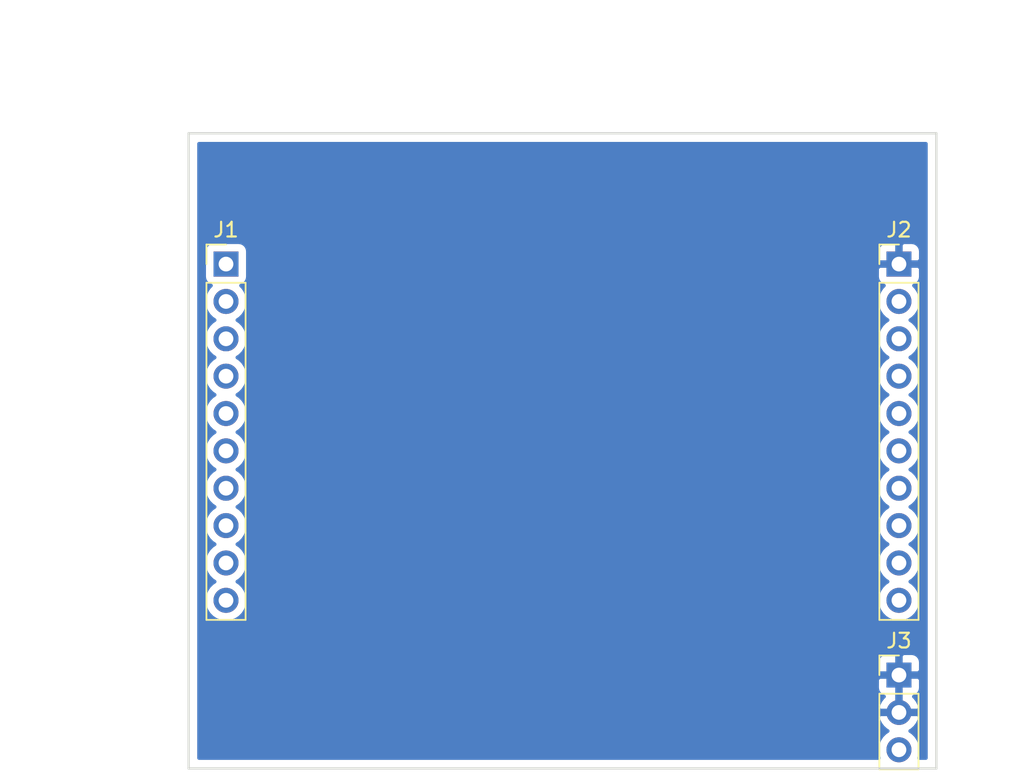
<source format=kicad_pcb>
(kicad_pcb (version 20171130) (host pcbnew "(5.1.6)-1")

  (general
    (thickness 1.6)
    (drawings 14)
    (tracks 0)
    (zones 0)
    (modules 3)
    (nets 3)
  )

  (page A3)
  (layers
    (0 F.Cu signal)
    (31 B.Cu signal)
    (32 B.Adhes user)
    (33 F.Adhes user)
    (34 B.Paste user)
    (35 F.Paste user)
    (36 B.SilkS user)
    (37 F.SilkS user)
    (38 B.Mask user)
    (39 F.Mask user)
    (40 Dwgs.User user)
    (41 Cmts.User user)
    (42 Eco1.User user)
    (43 Eco2.User user)
    (44 Edge.Cuts user)
    (45 Margin user)
    (46 B.CrtYd user)
    (47 F.CrtYd user)
  )

  (setup
    (last_trace_width 0.254)
    (trace_clearance 0.1524)
    (zone_clearance 0.508)
    (zone_45_only no)
    (trace_min 0.254)
    (via_size 0.889)
    (via_drill 0.635)
    (via_min_size 0.889)
    (via_min_drill 0.508)
    (uvia_size 0.508)
    (uvia_drill 0.127)
    (uvias_allowed no)
    (uvia_min_size 0.508)
    (uvia_min_drill 0.127)
    (edge_width 0.14986)
    (segment_width 0.20066)
    (pcb_text_width 0.254)
    (pcb_text_size 1.27 1.27)
    (mod_edge_width 0.14986)
    (mod_text_size 1 1)
    (mod_text_width 0.15)
    (pad_size 1 1)
    (pad_drill 0.6)
    (pad_to_mask_clearance 0)
    (aux_axis_origin 182.88 113.03)
    (grid_origin 182.88 113.03)
    (visible_elements 7FFFFFFF)
    (pcbplotparams
      (layerselection 0x00030_ffffffff)
      (usegerberextensions true)
      (usegerberattributes false)
      (usegerberadvancedattributes false)
      (creategerberjobfile false)
      (excludeedgelayer true)
      (linewidth 0.150000)
      (plotframeref false)
      (viasonmask false)
      (mode 1)
      (useauxorigin false)
      (hpglpennumber 1)
      (hpglpenspeed 20)
      (hpglpendiameter 15.000000)
      (psnegative false)
      (psa4output false)
      (plotreference true)
      (plotvalue true)
      (plotinvisibletext false)
      (padsonsilk false)
      (subtractmaskfromsilk false)
      (outputformat 1)
      (mirror false)
      (drillshape 1)
      (scaleselection 1)
      (outputdirectory ""))
  )

  (net 0 "")
  (net 1 GND)
  (net 2 VCC)

  (net_class Default "This is the default net class."
    (clearance 0.1524)
    (trace_width 0.254)
    (via_dia 0.889)
    (via_drill 0.635)
    (uvia_dia 0.508)
    (uvia_drill 0.127)
    (diff_pair_width 0.254)
    (diff_pair_gap 0.1524)
    (add_net GND)
    (add_net VCC)
  )

  (module Connector_PinHeader_2.54mm:PinHeader_1x03_P2.54mm_Vertical (layer F.Cu) (tedit 59FED5CC) (tstamp 5F1419EC)
    (at 231.14 149.86)
    (descr "Through hole straight pin header, 1x03, 2.54mm pitch, single row")
    (tags "Through hole pin header THT 1x03 2.54mm single row")
    (path /5F13DC7C)
    (fp_text reference J3 (at 0 -2.33) (layer F.SilkS)
      (effects (font (size 1 1) (thickness 0.15)))
    )
    (fp_text value Conn_01x03 (at 0 7.41) (layer F.Fab)
      (effects (font (size 1 1) (thickness 0.15)))
    )
    (fp_text user %R (at 0 2.54 90) (layer F.Fab)
      (effects (font (size 1 1) (thickness 0.15)))
    )
    (fp_line (start -0.635 -1.27) (end 1.27 -1.27) (layer F.Fab) (width 0.1))
    (fp_line (start 1.27 -1.27) (end 1.27 6.35) (layer F.Fab) (width 0.1))
    (fp_line (start 1.27 6.35) (end -1.27 6.35) (layer F.Fab) (width 0.1))
    (fp_line (start -1.27 6.35) (end -1.27 -0.635) (layer F.Fab) (width 0.1))
    (fp_line (start -1.27 -0.635) (end -0.635 -1.27) (layer F.Fab) (width 0.1))
    (fp_line (start -1.33 6.41) (end 1.33 6.41) (layer F.SilkS) (width 0.12))
    (fp_line (start -1.33 1.27) (end -1.33 6.41) (layer F.SilkS) (width 0.12))
    (fp_line (start 1.33 1.27) (end 1.33 6.41) (layer F.SilkS) (width 0.12))
    (fp_line (start -1.33 1.27) (end 1.33 1.27) (layer F.SilkS) (width 0.12))
    (fp_line (start -1.33 0) (end -1.33 -1.33) (layer F.SilkS) (width 0.12))
    (fp_line (start -1.33 -1.33) (end 0 -1.33) (layer F.SilkS) (width 0.12))
    (fp_line (start -1.8 -1.8) (end -1.8 6.85) (layer F.CrtYd) (width 0.05))
    (fp_line (start -1.8 6.85) (end 1.8 6.85) (layer F.CrtYd) (width 0.05))
    (fp_line (start 1.8 6.85) (end 1.8 -1.8) (layer F.CrtYd) (width 0.05))
    (fp_line (start 1.8 -1.8) (end -1.8 -1.8) (layer F.CrtYd) (width 0.05))
    (pad 3 thru_hole oval (at 0 5.08) (size 1.7 1.7) (drill 1) (layers *.Cu *.Mask)
      (net 2 VCC))
    (pad 2 thru_hole oval (at 0 2.54) (size 1.7 1.7) (drill 1) (layers *.Cu *.Mask)
      (net 1 GND))
    (pad 1 thru_hole rect (at 0 0) (size 1.7 1.7) (drill 1) (layers *.Cu *.Mask)
      (net 1 GND))
    (model ${KISYS3DMOD}/Connector_PinHeader_2.54mm.3dshapes/PinHeader_1x03_P2.54mm_Vertical.wrl
      (at (xyz 0 0 0))
      (scale (xyz 1 1 1))
      (rotate (xyz 0 0 0))
    )
  )

  (module Connector_PinHeader_2.54mm:PinHeader_1x10_P2.54mm_Vertical (layer F.Cu) (tedit 59FED5CC) (tstamp 5A7B9D07)
    (at 231.14 121.92)
    (descr "Through hole straight pin header, 1x10, 2.54mm pitch, single row")
    (tags "Through hole pin header THT 1x10 2.54mm single row")
    (path /5080DBF4)
    (fp_text reference J2 (at 0 -2.33) (layer F.SilkS)
      (effects (font (size 1 1) (thickness 0.15)))
    )
    (fp_text value Ti_Booster_20_J2 (at 0 25.19) (layer F.Fab)
      (effects (font (size 1 1) (thickness 0.15)))
    )
    (fp_text user %R (at 0 11.43 90) (layer F.Fab)
      (effects (font (size 1 1) (thickness 0.15)))
    )
    (fp_line (start -0.635 -1.27) (end 1.27 -1.27) (layer F.Fab) (width 0.1))
    (fp_line (start 1.27 -1.27) (end 1.27 24.13) (layer F.Fab) (width 0.1))
    (fp_line (start 1.27 24.13) (end -1.27 24.13) (layer F.Fab) (width 0.1))
    (fp_line (start -1.27 24.13) (end -1.27 -0.635) (layer F.Fab) (width 0.1))
    (fp_line (start -1.27 -0.635) (end -0.635 -1.27) (layer F.Fab) (width 0.1))
    (fp_line (start -1.33 24.19) (end 1.33 24.19) (layer F.SilkS) (width 0.12))
    (fp_line (start -1.33 1.27) (end -1.33 24.19) (layer F.SilkS) (width 0.12))
    (fp_line (start 1.33 1.27) (end 1.33 24.19) (layer F.SilkS) (width 0.12))
    (fp_line (start -1.33 1.27) (end 1.33 1.27) (layer F.SilkS) (width 0.12))
    (fp_line (start -1.33 0) (end -1.33 -1.33) (layer F.SilkS) (width 0.12))
    (fp_line (start -1.33 -1.33) (end 0 -1.33) (layer F.SilkS) (width 0.12))
    (fp_line (start -1.8 -1.8) (end -1.8 24.65) (layer F.CrtYd) (width 0.05))
    (fp_line (start -1.8 24.65) (end 1.8 24.65) (layer F.CrtYd) (width 0.05))
    (fp_line (start 1.8 24.65) (end 1.8 -1.8) (layer F.CrtYd) (width 0.05))
    (fp_line (start 1.8 -1.8) (end -1.8 -1.8) (layer F.CrtYd) (width 0.05))
    (pad 10 thru_hole oval (at 0 22.86) (size 1.7 1.7) (drill 1) (layers *.Cu *.Mask))
    (pad 9 thru_hole oval (at 0 20.32) (size 1.7 1.7) (drill 1) (layers *.Cu *.Mask))
    (pad 8 thru_hole oval (at 0 17.78) (size 1.7 1.7) (drill 1) (layers *.Cu *.Mask))
    (pad 7 thru_hole oval (at 0 15.24) (size 1.7 1.7) (drill 1) (layers *.Cu *.Mask))
    (pad 6 thru_hole oval (at 0 12.7) (size 1.7 1.7) (drill 1) (layers *.Cu *.Mask))
    (pad 5 thru_hole oval (at 0 10.16) (size 1.7 1.7) (drill 1) (layers *.Cu *.Mask))
    (pad 4 thru_hole oval (at 0 7.62) (size 1.7 1.7) (drill 1) (layers *.Cu *.Mask))
    (pad 3 thru_hole oval (at 0 5.08) (size 1.7 1.7) (drill 1) (layers *.Cu *.Mask))
    (pad 2 thru_hole oval (at 0 2.54) (size 1.7 1.7) (drill 1) (layers *.Cu *.Mask))
    (pad 1 thru_hole rect (at 0 0) (size 1.7 1.7) (drill 1) (layers *.Cu *.Mask)
      (net 1 GND))
    (model ${KISYS3DMOD}/Connector_PinHeader_2.54mm.3dshapes/PinHeader_1x10_P2.54mm_Vertical.wrl
      (at (xyz 0 0 0))
      (scale (xyz 1 1 1))
      (rotate (xyz 0 0 0))
    )
  )

  (module Connector_PinHeader_2.54mm:PinHeader_1x10_P2.54mm_Vertical (layer F.Cu) (tedit 59FED5CC) (tstamp 5A7B9E0C)
    (at 185.42 121.92)
    (descr "Through hole straight pin header, 1x10, 2.54mm pitch, single row")
    (tags "Through hole pin header THT 1x10 2.54mm single row")
    (path /5080DB5C)
    (fp_text reference J1 (at 0 -2.33) (layer F.SilkS)
      (effects (font (size 1 1) (thickness 0.15)))
    )
    (fp_text value Ti_Booster_20_J1 (at 0 25.19) (layer F.Fab)
      (effects (font (size 1 1) (thickness 0.15)))
    )
    (fp_text user %R (at 0 11.43 90) (layer F.Fab)
      (effects (font (size 1 1) (thickness 0.15)))
    )
    (fp_line (start -0.635 -1.27) (end 1.27 -1.27) (layer F.Fab) (width 0.1))
    (fp_line (start 1.27 -1.27) (end 1.27 24.13) (layer F.Fab) (width 0.1))
    (fp_line (start 1.27 24.13) (end -1.27 24.13) (layer F.Fab) (width 0.1))
    (fp_line (start -1.27 24.13) (end -1.27 -0.635) (layer F.Fab) (width 0.1))
    (fp_line (start -1.27 -0.635) (end -0.635 -1.27) (layer F.Fab) (width 0.1))
    (fp_line (start -1.33 24.19) (end 1.33 24.19) (layer F.SilkS) (width 0.12))
    (fp_line (start -1.33 1.27) (end -1.33 24.19) (layer F.SilkS) (width 0.12))
    (fp_line (start 1.33 1.27) (end 1.33 24.19) (layer F.SilkS) (width 0.12))
    (fp_line (start -1.33 1.27) (end 1.33 1.27) (layer F.SilkS) (width 0.12))
    (fp_line (start -1.33 0) (end -1.33 -1.33) (layer F.SilkS) (width 0.12))
    (fp_line (start -1.33 -1.33) (end 0 -1.33) (layer F.SilkS) (width 0.12))
    (fp_line (start -1.8 -1.8) (end -1.8 24.65) (layer F.CrtYd) (width 0.05))
    (fp_line (start -1.8 24.65) (end 1.8 24.65) (layer F.CrtYd) (width 0.05))
    (fp_line (start 1.8 24.65) (end 1.8 -1.8) (layer F.CrtYd) (width 0.05))
    (fp_line (start 1.8 -1.8) (end -1.8 -1.8) (layer F.CrtYd) (width 0.05))
    (pad 10 thru_hole oval (at 0 22.86) (size 1.7 1.7) (drill 1) (layers *.Cu *.Mask))
    (pad 9 thru_hole oval (at 0 20.32) (size 1.7 1.7) (drill 1) (layers *.Cu *.Mask))
    (pad 8 thru_hole oval (at 0 17.78) (size 1.7 1.7) (drill 1) (layers *.Cu *.Mask))
    (pad 7 thru_hole oval (at 0 15.24) (size 1.7 1.7) (drill 1) (layers *.Cu *.Mask))
    (pad 6 thru_hole oval (at 0 12.7) (size 1.7 1.7) (drill 1) (layers *.Cu *.Mask))
    (pad 5 thru_hole oval (at 0 10.16) (size 1.7 1.7) (drill 1) (layers *.Cu *.Mask))
    (pad 4 thru_hole oval (at 0 7.62) (size 1.7 1.7) (drill 1) (layers *.Cu *.Mask))
    (pad 3 thru_hole oval (at 0 5.08) (size 1.7 1.7) (drill 1) (layers *.Cu *.Mask))
    (pad 2 thru_hole oval (at 0 2.54) (size 1.7 1.7) (drill 1) (layers *.Cu *.Mask))
    (pad 1 thru_hole rect (at 0 0) (size 1.7 1.7) (drill 1) (layers *.Cu *.Mask)
      (net 2 VCC))
    (model ${KISYS3DMOD}/Connector_PinHeader_2.54mm.3dshapes/PinHeader_1x10_P2.54mm_Vertical.wrl
      (at (xyz 0 0 0))
      (scale (xyz 1 1 1))
      (rotate (xyz 0 0 0))
    )
  )

  (dimension 45.72 (width 0.254) (layer Dwgs.User)
    (gr_text "1800 mils" (at 208.28 108.712) (layer Dwgs.User)
      (effects (font (size 1.27 1.27) (thickness 0.254)))
    )
    (feature1 (pts (xy 231.14 121.92) (xy 231.14 109.903579)))
    (feature2 (pts (xy 185.42 121.92) (xy 185.42 109.903579)))
    (crossbar (pts (xy 185.42 110.49) (xy 231.14 110.49)))
    (arrow1a (pts (xy 231.14 110.49) (xy 230.013496 111.076421)))
    (arrow1b (pts (xy 231.14 110.49) (xy 230.013496 109.903579)))
    (arrow2a (pts (xy 185.42 110.49) (xy 186.546504 111.076421)))
    (arrow2b (pts (xy 185.42 110.49) (xy 186.546504 109.903579)))
  )
  (gr_text 20 (at 228.6 121.92) (layer Cmts.User)
    (effects (font (size 1.27 1.27) (thickness 0.254)) (justify right))
  )
  (gr_text 11 (at 228.6 144.78) (layer Cmts.User)
    (effects (font (size 1.27 1.27) (thickness 0.254)) (justify right))
  )
  (gr_text 10 (at 187.96 144.78) (layer Cmts.User)
    (effects (font (size 1.27 1.27) (thickness 0.254)) (justify left))
  )
  (gr_text 1 (at 187.96 121.92) (layer Cmts.User)
    (effects (font (size 1.27 1.27) (thickness 0.254)) (justify left))
  )
  (gr_line (start 182.88 147.32) (end 233.68 147.32) (layer Dwgs.User) (width 0.15))
  (dimension 43.18 (width 0.254) (layer Dwgs.User)
    (gr_text "1700 mils" (at 174.752 134.62 270) (layer Dwgs.User)
      (effects (font (size 1.27 1.27) (thickness 0.254)))
    )
    (feature1 (pts (xy 182.88 156.21) (xy 175.943579 156.21)))
    (feature2 (pts (xy 182.88 113.03) (xy 175.943579 113.03)))
    (crossbar (pts (xy 176.53 113.03) (xy 176.53 156.21)))
    (arrow1a (pts (xy 176.53 156.21) (xy 175.943579 155.083496)))
    (arrow1b (pts (xy 176.53 156.21) (xy 177.116421 155.083496)))
    (arrow2a (pts (xy 176.53 113.03) (xy 175.943579 114.156504)))
    (arrow2b (pts (xy 176.53 113.03) (xy 177.116421 114.156504)))
  )
  (dimension 34.29 (width 0.254) (layer Dwgs.User)
    (gr_text "1350 mils" (at 178.84 130.175 270) (layer Dwgs.User)
      (effects (font (size 1.27 1.27) (thickness 0.254)))
    )
    (feature1 (pts (xy 182.88 147.32) (xy 179.753579 147.32)))
    (feature2 (pts (xy 182.88 113.03) (xy 179.753579 113.03)))
    (crossbar (pts (xy 180.34 113.03) (xy 180.34 147.32)))
    (arrow1a (pts (xy 180.34 147.32) (xy 179.753579 146.193496)))
    (arrow1b (pts (xy 180.34 147.32) (xy 180.926421 146.193496)))
    (arrow2a (pts (xy 180.34 113.03) (xy 179.753579 114.156504)))
    (arrow2b (pts (xy 180.34 113.03) (xy 180.926421 114.156504)))
  )
  (dimension 8.89 (width 0.254) (layer Dwgs.User)
    (gr_text "350 mils" (at 237.998 117.475 90) (layer Dwgs.User)
      (effects (font (size 1.27 1.27) (thickness 0.254)))
    )
    (feature1 (pts (xy 231.14 113.03) (xy 236.806421 113.03)))
    (feature2 (pts (xy 231.14 121.92) (xy 236.806421 121.92)))
    (crossbar (pts (xy 236.22 121.92) (xy 236.22 113.03)))
    (arrow1a (pts (xy 236.22 113.03) (xy 236.806421 114.156504)))
    (arrow1b (pts (xy 236.22 113.03) (xy 235.633579 114.156504)))
    (arrow2a (pts (xy 236.22 121.92) (xy 236.806421 120.793496)))
    (arrow2b (pts (xy 236.22 121.92) (xy 235.633579 120.793496)))
  )
  (gr_line (start 233.68 156.21) (end 182.88 156.21) (angle 90) (layer Edge.Cuts) (width 0.1524))
  (dimension 50.8 (width 0.254) (layer Dwgs.User)
    (gr_text "2000 mils" (at 208.28 105.680002) (layer Dwgs.User)
      (effects (font (size 1.27 1.27) (thickness 0.254)))
    )
    (feature1 (pts (xy 233.68 113.03) (xy 233.68 104.680002)))
    (feature2 (pts (xy 182.88 113.03) (xy 182.88 104.680002)))
    (crossbar (pts (xy 182.88 106.680002) (xy 233.68 106.680002)))
    (arrow1a (pts (xy 233.68 106.680002) (xy 232.553497 107.266422)))
    (arrow1b (pts (xy 233.68 106.680002) (xy 232.553497 106.093582)))
    (arrow2a (pts (xy 182.88 106.680002) (xy 184.006503 107.266422)))
    (arrow2b (pts (xy 182.88 106.680002) (xy 184.006503 106.093582)))
  )
  (gr_line (start 182.88 156.21) (end 182.88 113.03) (angle 90) (layer Edge.Cuts) (width 0.14986))
  (gr_line (start 233.68 113.03) (end 233.68 156.21) (angle 90) (layer Edge.Cuts) (width 0.1524))
  (gr_line (start 182.88 113.03) (end 233.68 113.03) (angle 90) (layer Edge.Cuts) (width 0.1524))

  (zone (net 1) (net_name GND) (layer B.Cu) (tstamp 0) (hatch edge 0.508)
    (connect_pads (clearance 0.508))
    (min_thickness 0.254)
    (fill yes (arc_segments 32) (thermal_gap 0.508) (thermal_bridge_width 0.508))
    (polygon
      (pts
        (xy 233.68 156.21) (xy 182.88 156.21) (xy 182.88 113.03) (xy 233.68 113.03)
      )
    )
    (filled_polygon
      (pts
        (xy 232.968801 155.4988) (xy 232.51589 155.4988) (xy 232.567932 155.373158) (xy 232.625 155.08626) (xy 232.625 154.79374)
        (xy 232.567932 154.506842) (xy 232.45599 154.236589) (xy 232.293475 153.993368) (xy 232.086632 153.786525) (xy 231.904466 153.664805)
        (xy 232.021355 153.595178) (xy 232.237588 153.400269) (xy 232.411641 153.16692) (xy 232.536825 152.904099) (xy 232.581476 152.75689)
        (xy 232.460155 152.527) (xy 231.267 152.527) (xy 231.267 152.547) (xy 231.013 152.547) (xy 231.013 152.527)
        (xy 229.819845 152.527) (xy 229.698524 152.75689) (xy 229.743175 152.904099) (xy 229.868359 153.16692) (xy 230.042412 153.400269)
        (xy 230.258645 153.595178) (xy 230.375534 153.664805) (xy 230.193368 153.786525) (xy 229.986525 153.993368) (xy 229.82401 154.236589)
        (xy 229.712068 154.506842) (xy 229.655 154.79374) (xy 229.655 155.08626) (xy 229.712068 155.373158) (xy 229.76411 155.4988)
        (xy 183.58993 155.4988) (xy 183.58993 150.71) (xy 229.651928 150.71) (xy 229.664188 150.834482) (xy 229.700498 150.95418)
        (xy 229.759463 151.064494) (xy 229.838815 151.161185) (xy 229.935506 151.240537) (xy 230.04582 151.299502) (xy 230.126466 151.323966)
        (xy 230.042412 151.399731) (xy 229.868359 151.63308) (xy 229.743175 151.895901) (xy 229.698524 152.04311) (xy 229.819845 152.273)
        (xy 231.013 152.273) (xy 231.013 149.987) (xy 231.267 149.987) (xy 231.267 152.273) (xy 232.460155 152.273)
        (xy 232.581476 152.04311) (xy 232.536825 151.895901) (xy 232.411641 151.63308) (xy 232.237588 151.399731) (xy 232.153534 151.323966)
        (xy 232.23418 151.299502) (xy 232.344494 151.240537) (xy 232.441185 151.161185) (xy 232.520537 151.064494) (xy 232.579502 150.95418)
        (xy 232.615812 150.834482) (xy 232.628072 150.71) (xy 232.625 150.14575) (xy 232.46625 149.987) (xy 231.267 149.987)
        (xy 231.013 149.987) (xy 229.81375 149.987) (xy 229.655 150.14575) (xy 229.651928 150.71) (xy 183.58993 150.71)
        (xy 183.58993 149.01) (xy 229.651928 149.01) (xy 229.655 149.57425) (xy 229.81375 149.733) (xy 231.013 149.733)
        (xy 231.013 148.53375) (xy 231.267 148.53375) (xy 231.267 149.733) (xy 232.46625 149.733) (xy 232.625 149.57425)
        (xy 232.628072 149.01) (xy 232.615812 148.885518) (xy 232.579502 148.76582) (xy 232.520537 148.655506) (xy 232.441185 148.558815)
        (xy 232.344494 148.479463) (xy 232.23418 148.420498) (xy 232.114482 148.384188) (xy 231.99 148.371928) (xy 231.42575 148.375)
        (xy 231.267 148.53375) (xy 231.013 148.53375) (xy 230.85425 148.375) (xy 230.29 148.371928) (xy 230.165518 148.384188)
        (xy 230.04582 148.420498) (xy 229.935506 148.479463) (xy 229.838815 148.558815) (xy 229.759463 148.655506) (xy 229.700498 148.76582)
        (xy 229.664188 148.885518) (xy 229.651928 149.01) (xy 183.58993 149.01) (xy 183.58993 121.07) (xy 183.931928 121.07)
        (xy 183.931928 122.77) (xy 183.944188 122.894482) (xy 183.980498 123.01418) (xy 184.039463 123.124494) (xy 184.118815 123.221185)
        (xy 184.215506 123.300537) (xy 184.32582 123.359502) (xy 184.39838 123.381513) (xy 184.266525 123.513368) (xy 184.10401 123.756589)
        (xy 183.992068 124.026842) (xy 183.935 124.31374) (xy 183.935 124.60626) (xy 183.992068 124.893158) (xy 184.10401 125.163411)
        (xy 184.266525 125.406632) (xy 184.473368 125.613475) (xy 184.64776 125.73) (xy 184.473368 125.846525) (xy 184.266525 126.053368)
        (xy 184.10401 126.296589) (xy 183.992068 126.566842) (xy 183.935 126.85374) (xy 183.935 127.14626) (xy 183.992068 127.433158)
        (xy 184.10401 127.703411) (xy 184.266525 127.946632) (xy 184.473368 128.153475) (xy 184.64776 128.27) (xy 184.473368 128.386525)
        (xy 184.266525 128.593368) (xy 184.10401 128.836589) (xy 183.992068 129.106842) (xy 183.935 129.39374) (xy 183.935 129.68626)
        (xy 183.992068 129.973158) (xy 184.10401 130.243411) (xy 184.266525 130.486632) (xy 184.473368 130.693475) (xy 184.64776 130.81)
        (xy 184.473368 130.926525) (xy 184.266525 131.133368) (xy 184.10401 131.376589) (xy 183.992068 131.646842) (xy 183.935 131.93374)
        (xy 183.935 132.22626) (xy 183.992068 132.513158) (xy 184.10401 132.783411) (xy 184.266525 133.026632) (xy 184.473368 133.233475)
        (xy 184.64776 133.35) (xy 184.473368 133.466525) (xy 184.266525 133.673368) (xy 184.10401 133.916589) (xy 183.992068 134.186842)
        (xy 183.935 134.47374) (xy 183.935 134.76626) (xy 183.992068 135.053158) (xy 184.10401 135.323411) (xy 184.266525 135.566632)
        (xy 184.473368 135.773475) (xy 184.64776 135.89) (xy 184.473368 136.006525) (xy 184.266525 136.213368) (xy 184.10401 136.456589)
        (xy 183.992068 136.726842) (xy 183.935 137.01374) (xy 183.935 137.30626) (xy 183.992068 137.593158) (xy 184.10401 137.863411)
        (xy 184.266525 138.106632) (xy 184.473368 138.313475) (xy 184.64776 138.43) (xy 184.473368 138.546525) (xy 184.266525 138.753368)
        (xy 184.10401 138.996589) (xy 183.992068 139.266842) (xy 183.935 139.55374) (xy 183.935 139.84626) (xy 183.992068 140.133158)
        (xy 184.10401 140.403411) (xy 184.266525 140.646632) (xy 184.473368 140.853475) (xy 184.64776 140.97) (xy 184.473368 141.086525)
        (xy 184.266525 141.293368) (xy 184.10401 141.536589) (xy 183.992068 141.806842) (xy 183.935 142.09374) (xy 183.935 142.38626)
        (xy 183.992068 142.673158) (xy 184.10401 142.943411) (xy 184.266525 143.186632) (xy 184.473368 143.393475) (xy 184.64776 143.51)
        (xy 184.473368 143.626525) (xy 184.266525 143.833368) (xy 184.10401 144.076589) (xy 183.992068 144.346842) (xy 183.935 144.63374)
        (xy 183.935 144.92626) (xy 183.992068 145.213158) (xy 184.10401 145.483411) (xy 184.266525 145.726632) (xy 184.473368 145.933475)
        (xy 184.716589 146.09599) (xy 184.986842 146.207932) (xy 185.27374 146.265) (xy 185.56626 146.265) (xy 185.853158 146.207932)
        (xy 186.123411 146.09599) (xy 186.366632 145.933475) (xy 186.573475 145.726632) (xy 186.73599 145.483411) (xy 186.847932 145.213158)
        (xy 186.905 144.92626) (xy 186.905 144.63374) (xy 186.847932 144.346842) (xy 186.73599 144.076589) (xy 186.573475 143.833368)
        (xy 186.366632 143.626525) (xy 186.19224 143.51) (xy 186.366632 143.393475) (xy 186.573475 143.186632) (xy 186.73599 142.943411)
        (xy 186.847932 142.673158) (xy 186.905 142.38626) (xy 186.905 142.09374) (xy 186.847932 141.806842) (xy 186.73599 141.536589)
        (xy 186.573475 141.293368) (xy 186.366632 141.086525) (xy 186.19224 140.97) (xy 186.366632 140.853475) (xy 186.573475 140.646632)
        (xy 186.73599 140.403411) (xy 186.847932 140.133158) (xy 186.905 139.84626) (xy 186.905 139.55374) (xy 186.847932 139.266842)
        (xy 186.73599 138.996589) (xy 186.573475 138.753368) (xy 186.366632 138.546525) (xy 186.19224 138.43) (xy 186.366632 138.313475)
        (xy 186.573475 138.106632) (xy 186.73599 137.863411) (xy 186.847932 137.593158) (xy 186.905 137.30626) (xy 186.905 137.01374)
        (xy 186.847932 136.726842) (xy 186.73599 136.456589) (xy 186.573475 136.213368) (xy 186.366632 136.006525) (xy 186.19224 135.89)
        (xy 186.366632 135.773475) (xy 186.573475 135.566632) (xy 186.73599 135.323411) (xy 186.847932 135.053158) (xy 186.905 134.76626)
        (xy 186.905 134.47374) (xy 186.847932 134.186842) (xy 186.73599 133.916589) (xy 186.573475 133.673368) (xy 186.366632 133.466525)
        (xy 186.19224 133.35) (xy 186.366632 133.233475) (xy 186.573475 133.026632) (xy 186.73599 132.783411) (xy 186.847932 132.513158)
        (xy 186.905 132.22626) (xy 186.905 131.93374) (xy 186.847932 131.646842) (xy 186.73599 131.376589) (xy 186.573475 131.133368)
        (xy 186.366632 130.926525) (xy 186.19224 130.81) (xy 186.366632 130.693475) (xy 186.573475 130.486632) (xy 186.73599 130.243411)
        (xy 186.847932 129.973158) (xy 186.905 129.68626) (xy 186.905 129.39374) (xy 186.847932 129.106842) (xy 186.73599 128.836589)
        (xy 186.573475 128.593368) (xy 186.366632 128.386525) (xy 186.19224 128.27) (xy 186.366632 128.153475) (xy 186.573475 127.946632)
        (xy 186.73599 127.703411) (xy 186.847932 127.433158) (xy 186.905 127.14626) (xy 186.905 126.85374) (xy 186.847932 126.566842)
        (xy 186.73599 126.296589) (xy 186.573475 126.053368) (xy 186.366632 125.846525) (xy 186.19224 125.73) (xy 186.366632 125.613475)
        (xy 186.573475 125.406632) (xy 186.73599 125.163411) (xy 186.847932 124.893158) (xy 186.905 124.60626) (xy 186.905 124.31374)
        (xy 186.847932 124.026842) (xy 186.73599 123.756589) (xy 186.573475 123.513368) (xy 186.44162 123.381513) (xy 186.51418 123.359502)
        (xy 186.624494 123.300537) (xy 186.721185 123.221185) (xy 186.800537 123.124494) (xy 186.859502 123.01418) (xy 186.895812 122.894482)
        (xy 186.908072 122.77) (xy 229.651928 122.77) (xy 229.664188 122.894482) (xy 229.700498 123.01418) (xy 229.759463 123.124494)
        (xy 229.838815 123.221185) (xy 229.935506 123.300537) (xy 230.04582 123.359502) (xy 230.11838 123.381513) (xy 229.986525 123.513368)
        (xy 229.82401 123.756589) (xy 229.712068 124.026842) (xy 229.655 124.31374) (xy 229.655 124.60626) (xy 229.712068 124.893158)
        (xy 229.82401 125.163411) (xy 229.986525 125.406632) (xy 230.193368 125.613475) (xy 230.36776 125.73) (xy 230.193368 125.846525)
        (xy 229.986525 126.053368) (xy 229.82401 126.296589) (xy 229.712068 126.566842) (xy 229.655 126.85374) (xy 229.655 127.14626)
        (xy 229.712068 127.433158) (xy 229.82401 127.703411) (xy 229.986525 127.946632) (xy 230.193368 128.153475) (xy 230.36776 128.27)
        (xy 230.193368 128.386525) (xy 229.986525 128.593368) (xy 229.82401 128.836589) (xy 229.712068 129.106842) (xy 229.655 129.39374)
        (xy 229.655 129.68626) (xy 229.712068 129.973158) (xy 229.82401 130.243411) (xy 229.986525 130.486632) (xy 230.193368 130.693475)
        (xy 230.36776 130.81) (xy 230.193368 130.926525) (xy 229.986525 131.133368) (xy 229.82401 131.376589) (xy 229.712068 131.646842)
        (xy 229.655 131.93374) (xy 229.655 132.22626) (xy 229.712068 132.513158) (xy 229.82401 132.783411) (xy 229.986525 133.026632)
        (xy 230.193368 133.233475) (xy 230.36776 133.35) (xy 230.193368 133.466525) (xy 229.986525 133.673368) (xy 229.82401 133.916589)
        (xy 229.712068 134.186842) (xy 229.655 134.47374) (xy 229.655 134.76626) (xy 229.712068 135.053158) (xy 229.82401 135.323411)
        (xy 229.986525 135.566632) (xy 230.193368 135.773475) (xy 230.36776 135.89) (xy 230.193368 136.006525) (xy 229.986525 136.213368)
        (xy 229.82401 136.456589) (xy 229.712068 136.726842) (xy 229.655 137.01374) (xy 229.655 137.30626) (xy 229.712068 137.593158)
        (xy 229.82401 137.863411) (xy 229.986525 138.106632) (xy 230.193368 138.313475) (xy 230.36776 138.43) (xy 230.193368 138.546525)
        (xy 229.986525 138.753368) (xy 229.82401 138.996589) (xy 229.712068 139.266842) (xy 229.655 139.55374) (xy 229.655 139.84626)
        (xy 229.712068 140.133158) (xy 229.82401 140.403411) (xy 229.986525 140.646632) (xy 230.193368 140.853475) (xy 230.36776 140.97)
        (xy 230.193368 141.086525) (xy 229.986525 141.293368) (xy 229.82401 141.536589) (xy 229.712068 141.806842) (xy 229.655 142.09374)
        (xy 229.655 142.38626) (xy 229.712068 142.673158) (xy 229.82401 142.943411) (xy 229.986525 143.186632) (xy 230.193368 143.393475)
        (xy 230.36776 143.51) (xy 230.193368 143.626525) (xy 229.986525 143.833368) (xy 229.82401 144.076589) (xy 229.712068 144.346842)
        (xy 229.655 144.63374) (xy 229.655 144.92626) (xy 229.712068 145.213158) (xy 229.82401 145.483411) (xy 229.986525 145.726632)
        (xy 230.193368 145.933475) (xy 230.436589 146.09599) (xy 230.706842 146.207932) (xy 230.99374 146.265) (xy 231.28626 146.265)
        (xy 231.573158 146.207932) (xy 231.843411 146.09599) (xy 232.086632 145.933475) (xy 232.293475 145.726632) (xy 232.45599 145.483411)
        (xy 232.567932 145.213158) (xy 232.625 144.92626) (xy 232.625 144.63374) (xy 232.567932 144.346842) (xy 232.45599 144.076589)
        (xy 232.293475 143.833368) (xy 232.086632 143.626525) (xy 231.91224 143.51) (xy 232.086632 143.393475) (xy 232.293475 143.186632)
        (xy 232.45599 142.943411) (xy 232.567932 142.673158) (xy 232.625 142.38626) (xy 232.625 142.09374) (xy 232.567932 141.806842)
        (xy 232.45599 141.536589) (xy 232.293475 141.293368) (xy 232.086632 141.086525) (xy 231.91224 140.97) (xy 232.086632 140.853475)
        (xy 232.293475 140.646632) (xy 232.45599 140.403411) (xy 232.567932 140.133158) (xy 232.625 139.84626) (xy 232.625 139.55374)
        (xy 232.567932 139.266842) (xy 232.45599 138.996589) (xy 232.293475 138.753368) (xy 232.086632 138.546525) (xy 231.91224 138.43)
        (xy 232.086632 138.313475) (xy 232.293475 138.106632) (xy 232.45599 137.863411) (xy 232.567932 137.593158) (xy 232.625 137.30626)
        (xy 232.625 137.01374) (xy 232.567932 136.726842) (xy 232.45599 136.456589) (xy 232.293475 136.213368) (xy 232.086632 136.006525)
        (xy 231.91224 135.89) (xy 232.086632 135.773475) (xy 232.293475 135.566632) (xy 232.45599 135.323411) (xy 232.567932 135.053158)
        (xy 232.625 134.76626) (xy 232.625 134.47374) (xy 232.567932 134.186842) (xy 232.45599 133.916589) (xy 232.293475 133.673368)
        (xy 232.086632 133.466525) (xy 231.91224 133.35) (xy 232.086632 133.233475) (xy 232.293475 133.026632) (xy 232.45599 132.783411)
        (xy 232.567932 132.513158) (xy 232.625 132.22626) (xy 232.625 131.93374) (xy 232.567932 131.646842) (xy 232.45599 131.376589)
        (xy 232.293475 131.133368) (xy 232.086632 130.926525) (xy 231.91224 130.81) (xy 232.086632 130.693475) (xy 232.293475 130.486632)
        (xy 232.45599 130.243411) (xy 232.567932 129.973158) (xy 232.625 129.68626) (xy 232.625 129.39374) (xy 232.567932 129.106842)
        (xy 232.45599 128.836589) (xy 232.293475 128.593368) (xy 232.086632 128.386525) (xy 231.91224 128.27) (xy 232.086632 128.153475)
        (xy 232.293475 127.946632) (xy 232.45599 127.703411) (xy 232.567932 127.433158) (xy 232.625 127.14626) (xy 232.625 126.85374)
        (xy 232.567932 126.566842) (xy 232.45599 126.296589) (xy 232.293475 126.053368) (xy 232.086632 125.846525) (xy 231.91224 125.73)
        (xy 232.086632 125.613475) (xy 232.293475 125.406632) (xy 232.45599 125.163411) (xy 232.567932 124.893158) (xy 232.625 124.60626)
        (xy 232.625 124.31374) (xy 232.567932 124.026842) (xy 232.45599 123.756589) (xy 232.293475 123.513368) (xy 232.16162 123.381513)
        (xy 232.23418 123.359502) (xy 232.344494 123.300537) (xy 232.441185 123.221185) (xy 232.520537 123.124494) (xy 232.579502 123.01418)
        (xy 232.615812 122.894482) (xy 232.628072 122.77) (xy 232.625 122.20575) (xy 232.46625 122.047) (xy 231.267 122.047)
        (xy 231.267 122.067) (xy 231.013 122.067) (xy 231.013 122.047) (xy 229.81375 122.047) (xy 229.655 122.20575)
        (xy 229.651928 122.77) (xy 186.908072 122.77) (xy 186.908072 121.07) (xy 229.651928 121.07) (xy 229.655 121.63425)
        (xy 229.81375 121.793) (xy 231.013 121.793) (xy 231.013 120.59375) (xy 231.267 120.59375) (xy 231.267 121.793)
        (xy 232.46625 121.793) (xy 232.625 121.63425) (xy 232.628072 121.07) (xy 232.615812 120.945518) (xy 232.579502 120.82582)
        (xy 232.520537 120.715506) (xy 232.441185 120.618815) (xy 232.344494 120.539463) (xy 232.23418 120.480498) (xy 232.114482 120.444188)
        (xy 231.99 120.431928) (xy 231.42575 120.435) (xy 231.267 120.59375) (xy 231.013 120.59375) (xy 230.85425 120.435)
        (xy 230.29 120.431928) (xy 230.165518 120.444188) (xy 230.04582 120.480498) (xy 229.935506 120.539463) (xy 229.838815 120.618815)
        (xy 229.759463 120.715506) (xy 229.700498 120.82582) (xy 229.664188 120.945518) (xy 229.651928 121.07) (xy 186.908072 121.07)
        (xy 186.895812 120.945518) (xy 186.859502 120.82582) (xy 186.800537 120.715506) (xy 186.721185 120.618815) (xy 186.624494 120.539463)
        (xy 186.51418 120.480498) (xy 186.394482 120.444188) (xy 186.27 120.431928) (xy 184.57 120.431928) (xy 184.445518 120.444188)
        (xy 184.32582 120.480498) (xy 184.215506 120.539463) (xy 184.118815 120.618815) (xy 184.039463 120.715506) (xy 183.980498 120.82582)
        (xy 183.944188 120.945518) (xy 183.931928 121.07) (xy 183.58993 121.07) (xy 183.58993 113.7412) (xy 232.9688 113.7412)
      )
    )
  )
)

</source>
